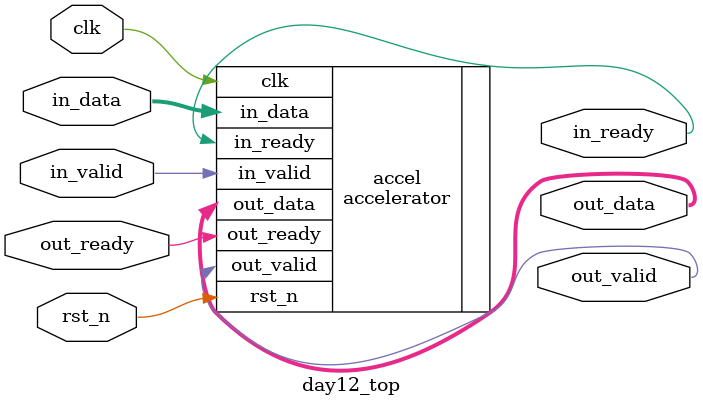
<source format=v>
`timescale 1ns / 1ps

module day12_top #(
    parameter MAX_REGION_W = 64,
    parameter MAX_REGION_H = 64
) (
    input  wire clk,
    input  wire rst_n,

    // inputs
    input  wire in_valid,
    input  wire [31:0] in_data,
    output wire in_ready,

    // outputs
    output wire out_valid,
    output wire [31:0] out_data,
    input  wire out_ready
);

// Instantiation of accelerator
accelerator #(
    .MAX_REGION_W(MAX_REGION_W),
    .MAX_REGION_H(MAX_REGION_H)
) accel (
    .clk(clk),
    .rst_n(rst_n),
    .in_valid(in_valid),
    .in_data(in_data),
    .in_ready(in_ready),
    .out_valid(out_valid),
    .out_data(out_data),
    .out_ready(out_ready)
);

endmodule
</source>
